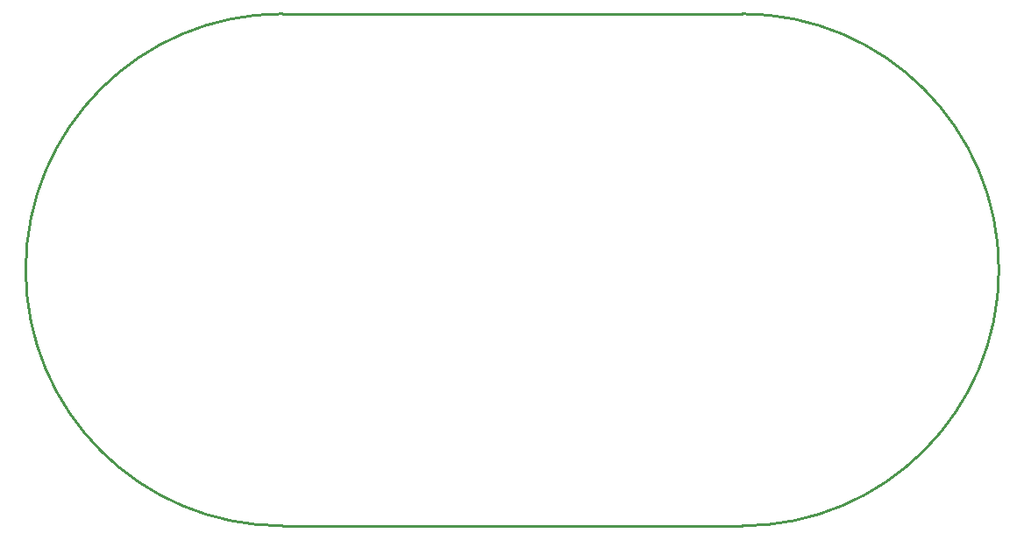
<source format=gbr>
G04 start of page 4 for group 2 idx 2 *
G04 Title: (unknown), outline *
G04 Creator: pcb 4.0.2 *
G04 CreationDate: Mon Feb 22 17:58:46 2021 UTC *
G04 For: ndholmes *
G04 Format: Gerber/RS-274X *
G04 PCB-Dimensions (mil): 4500.00 2500.00 *
G04 PCB-Coordinate-Origin: lower left *
%MOIN*%
%FSLAX25Y25*%
%LNOUTLINE*%
%ADD34C,0.0100*%
G54D34*X125000Y222500D02*X300000D01*
Y27500D02*X125000D01*
X125000Y222500D02*G75*G03X125000Y27500I0J-97500D01*G01*
X300000D02*G75*G03X300000Y222500I0J97500D01*G01*
M02*

</source>
